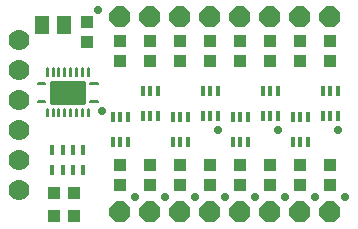
<source format=gbr>
G04 EAGLE Gerber RS-274X export*
G75*
%MOMM*%
%FSLAX34Y34*%
%LPD*%
%INSoldermask Top*%
%IPPOS*%
%AMOC8*
5,1,8,0,0,1.08239X$1,22.5*%
G01*
%ADD10R,0.355600X0.812800*%
%ADD11R,1.240000X1.500000*%
%ADD12R,1.000000X1.075000*%
%ADD13C,1.778000*%
%ADD14C,0.196000*%
%ADD15C,0.400000*%
%ADD16R,0.450000X0.900000*%
%ADD17R,1.100000X1.000000*%
%ADD18R,1.000000X1.100000*%
%ADD19P,1.924489X8X112.500000*%
%ADD20C,0.732600*%


D10*
X104925Y92964D03*
X98425Y92964D03*
X91925Y92964D03*
X91925Y72136D03*
X98425Y72136D03*
X104925Y72136D03*
D11*
X50775Y171450D03*
X31775Y171450D03*
D12*
X69850Y173600D03*
X69850Y156600D03*
D13*
X12700Y158750D03*
X12700Y133350D03*
X12700Y107950D03*
X12700Y82550D03*
X12700Y57150D03*
X12700Y31750D03*
D14*
X28455Y106380D02*
X28455Y107220D01*
X34995Y107220D01*
X34995Y106380D01*
X28455Y106380D01*
X36055Y93780D02*
X36895Y93780D01*
X36055Y93780D02*
X36055Y100320D01*
X36895Y100320D01*
X36895Y93780D01*
X36895Y95642D02*
X36055Y95642D01*
X36055Y97504D02*
X36895Y97504D01*
X36895Y99366D02*
X36055Y99366D01*
X41055Y93780D02*
X41895Y93780D01*
X41055Y93780D02*
X41055Y100320D01*
X41895Y100320D01*
X41895Y93780D01*
X41895Y95642D02*
X41055Y95642D01*
X41055Y97504D02*
X41895Y97504D01*
X41895Y99366D02*
X41055Y99366D01*
X46055Y93780D02*
X46895Y93780D01*
X46055Y93780D02*
X46055Y100320D01*
X46895Y100320D01*
X46895Y93780D01*
X46895Y95642D02*
X46055Y95642D01*
X46055Y97504D02*
X46895Y97504D01*
X46895Y99366D02*
X46055Y99366D01*
X51055Y93780D02*
X51895Y93780D01*
X51055Y93780D02*
X51055Y100320D01*
X51895Y100320D01*
X51895Y93780D01*
X51895Y95642D02*
X51055Y95642D01*
X51055Y97504D02*
X51895Y97504D01*
X51895Y99366D02*
X51055Y99366D01*
X56055Y93780D02*
X56895Y93780D01*
X56055Y93780D02*
X56055Y100320D01*
X56895Y100320D01*
X56895Y93780D01*
X56895Y95642D02*
X56055Y95642D01*
X56055Y97504D02*
X56895Y97504D01*
X56895Y99366D02*
X56055Y99366D01*
X61055Y93780D02*
X61895Y93780D01*
X61055Y93780D02*
X61055Y100320D01*
X61895Y100320D01*
X61895Y93780D01*
X61895Y95642D02*
X61055Y95642D01*
X61055Y97504D02*
X61895Y97504D01*
X61895Y99366D02*
X61055Y99366D01*
X66055Y93780D02*
X66895Y93780D01*
X66055Y93780D02*
X66055Y100320D01*
X66895Y100320D01*
X66895Y93780D01*
X66895Y95642D02*
X66055Y95642D01*
X66055Y97504D02*
X66895Y97504D01*
X66895Y99366D02*
X66055Y99366D01*
X71055Y93780D02*
X71895Y93780D01*
X71055Y93780D02*
X71055Y100320D01*
X71895Y100320D01*
X71895Y93780D01*
X71895Y95642D02*
X71055Y95642D01*
X71055Y97504D02*
X71895Y97504D01*
X71895Y99366D02*
X71055Y99366D01*
X72955Y106380D02*
X72955Y107220D01*
X79495Y107220D01*
X79495Y106380D01*
X72955Y106380D01*
X72955Y121380D02*
X72955Y122220D01*
X79495Y122220D01*
X79495Y121380D01*
X72955Y121380D01*
X71895Y128280D02*
X71055Y128280D01*
X71055Y134820D01*
X71895Y134820D01*
X71895Y128280D01*
X71895Y130142D02*
X71055Y130142D01*
X71055Y132004D02*
X71895Y132004D01*
X71895Y133866D02*
X71055Y133866D01*
X66895Y128280D02*
X66055Y128280D01*
X66055Y134820D01*
X66895Y134820D01*
X66895Y128280D01*
X66895Y130142D02*
X66055Y130142D01*
X66055Y132004D02*
X66895Y132004D01*
X66895Y133866D02*
X66055Y133866D01*
X61895Y128280D02*
X61055Y128280D01*
X61055Y134820D01*
X61895Y134820D01*
X61895Y128280D01*
X61895Y130142D02*
X61055Y130142D01*
X61055Y132004D02*
X61895Y132004D01*
X61895Y133866D02*
X61055Y133866D01*
X56895Y128280D02*
X56055Y128280D01*
X56055Y134820D01*
X56895Y134820D01*
X56895Y128280D01*
X56895Y130142D02*
X56055Y130142D01*
X56055Y132004D02*
X56895Y132004D01*
X56895Y133866D02*
X56055Y133866D01*
X51895Y128280D02*
X51055Y128280D01*
X51055Y134820D01*
X51895Y134820D01*
X51895Y128280D01*
X51895Y130142D02*
X51055Y130142D01*
X51055Y132004D02*
X51895Y132004D01*
X51895Y133866D02*
X51055Y133866D01*
X46895Y128280D02*
X46055Y128280D01*
X46055Y134820D01*
X46895Y134820D01*
X46895Y128280D01*
X46895Y130142D02*
X46055Y130142D01*
X46055Y132004D02*
X46895Y132004D01*
X46895Y133866D02*
X46055Y133866D01*
X41895Y128280D02*
X41055Y128280D01*
X41055Y134820D01*
X41895Y134820D01*
X41895Y128280D01*
X41895Y130142D02*
X41055Y130142D01*
X41055Y132004D02*
X41895Y132004D01*
X41895Y133866D02*
X41055Y133866D01*
X36895Y128280D02*
X36055Y128280D01*
X36055Y134820D01*
X36895Y134820D01*
X36895Y128280D01*
X36895Y130142D02*
X36055Y130142D01*
X36055Y132004D02*
X36895Y132004D01*
X36895Y133866D02*
X36055Y133866D01*
X28455Y122220D02*
X28455Y121380D01*
X28455Y122220D02*
X34995Y122220D01*
X34995Y121380D01*
X28455Y121380D01*
D15*
X67225Y122300D02*
X67225Y106300D01*
X40725Y106300D01*
X40725Y122300D01*
X67225Y122300D01*
X67225Y110100D02*
X40725Y110100D01*
X40725Y113900D02*
X67225Y113900D01*
X67225Y117700D02*
X40725Y117700D01*
X40725Y121500D02*
X67225Y121500D01*
D16*
X40975Y65650D03*
X40975Y48650D03*
X49975Y65650D03*
X57975Y65650D03*
X66975Y65650D03*
X66975Y48650D03*
X49975Y48650D03*
X57975Y48650D03*
D17*
X42300Y28575D03*
X59300Y28575D03*
X42300Y9525D03*
X59300Y9525D03*
D18*
X98425Y35950D03*
X98425Y52950D03*
D12*
X98425Y157725D03*
X98425Y140725D03*
D10*
X130325Y115189D03*
X123825Y115189D03*
X117325Y115189D03*
X117325Y94361D03*
X123825Y94361D03*
X130325Y94361D03*
D18*
X123825Y35950D03*
X123825Y52950D03*
D12*
X123825Y157725D03*
X123825Y140725D03*
D10*
X155725Y92964D03*
X149225Y92964D03*
X142725Y92964D03*
X142725Y72136D03*
X149225Y72136D03*
X155725Y72136D03*
D18*
X149225Y35950D03*
X149225Y52950D03*
D12*
X149225Y157725D03*
X149225Y140725D03*
D10*
X181125Y115189D03*
X174625Y115189D03*
X168125Y115189D03*
X168125Y94361D03*
X174625Y94361D03*
X181125Y94361D03*
D18*
X174625Y35950D03*
X174625Y52950D03*
D12*
X174625Y157725D03*
X174625Y140725D03*
D10*
X206525Y92964D03*
X200025Y92964D03*
X193525Y92964D03*
X193525Y72136D03*
X200025Y72136D03*
X206525Y72136D03*
D18*
X200025Y35950D03*
X200025Y52950D03*
D12*
X200025Y157725D03*
X200025Y140725D03*
D10*
X231925Y115189D03*
X225425Y115189D03*
X218925Y115189D03*
X218925Y94361D03*
X225425Y94361D03*
X231925Y94361D03*
D18*
X225425Y35950D03*
X225425Y52950D03*
D12*
X225425Y157725D03*
X225425Y140725D03*
D10*
X257325Y92964D03*
X250825Y92964D03*
X244325Y92964D03*
X244325Y72136D03*
X250825Y72136D03*
X257325Y72136D03*
D18*
X250825Y35950D03*
X250825Y52950D03*
D12*
X250825Y157725D03*
X250825Y140725D03*
D10*
X282725Y115189D03*
X276225Y115189D03*
X269725Y115189D03*
X269725Y94361D03*
X276225Y94361D03*
X282725Y94361D03*
D18*
X276225Y35950D03*
X276225Y52950D03*
D12*
X276225Y157725D03*
X276225Y140725D03*
D19*
X98425Y12700D03*
X123825Y12700D03*
X149225Y12700D03*
X174625Y12700D03*
X200025Y12700D03*
X225425Y12700D03*
X250825Y12700D03*
X276225Y12700D03*
X98425Y177800D03*
X123825Y177800D03*
X149225Y177800D03*
X174625Y177800D03*
X200025Y177800D03*
X225425Y177800D03*
X250825Y177800D03*
X276225Y177800D03*
D20*
X82550Y98425D03*
X111125Y25400D03*
X136525Y25400D03*
X161925Y25400D03*
X187325Y25400D03*
X212725Y25400D03*
X238125Y25400D03*
X263525Y25400D03*
X288925Y25400D03*
X79375Y184150D03*
X231775Y82550D03*
X180975Y82550D03*
X282575Y82550D03*
M02*

</source>
